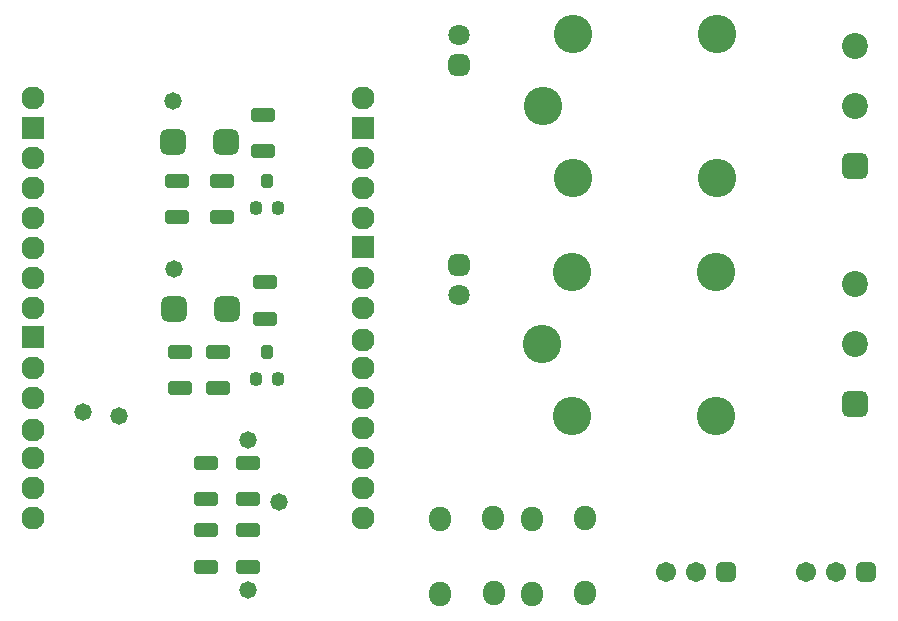
<source format=gts>
G04*
G04 #@! TF.GenerationSoftware,Altium Limited,Altium Designer,21.3.2 (30)*
G04*
G04 Layer_Color=8388736*
%FSTAX24Y24*%
%MOIN*%
G70*
G04*
G04 #@! TF.SameCoordinates,2CDE0281-AAEF-468F-B01B-39F68B6DA6A9*
G04*
G04*
G04 #@! TF.FilePolarity,Negative*
G04*
G01*
G75*
G04:AMPARAMS|DCode=22|XSize=82.8mil|YSize=47.4mil|CornerRadius=13.8mil|HoleSize=0mil|Usage=FLASHONLY|Rotation=0.000|XOffset=0mil|YOffset=0mil|HoleType=Round|Shape=RoundedRectangle|*
%AMROUNDEDRECTD22*
21,1,0.0828,0.0197,0,0,0.0*
21,1,0.0551,0.0474,0,0,0.0*
1,1,0.0277,0.0276,-0.0098*
1,1,0.0277,-0.0276,-0.0098*
1,1,0.0277,-0.0276,0.0098*
1,1,0.0277,0.0276,0.0098*
%
%ADD22ROUNDEDRECTD22*%
G04:AMPARAMS|DCode=23|XSize=39.5mil|YSize=47.4mil|CornerRadius=11.9mil|HoleSize=0mil|Usage=FLASHONLY|Rotation=180.000|XOffset=0mil|YOffset=0mil|HoleType=Round|Shape=RoundedRectangle|*
%AMROUNDEDRECTD23*
21,1,0.0395,0.0236,0,0,180.0*
21,1,0.0157,0.0474,0,0,180.0*
1,1,0.0237,-0.0079,0.0118*
1,1,0.0237,0.0079,0.0118*
1,1,0.0237,0.0079,-0.0118*
1,1,0.0237,-0.0079,-0.0118*
%
%ADD23ROUNDEDRECTD23*%
G04:AMPARAMS|DCode=24|XSize=39.5mil|YSize=43.4mil|CornerRadius=11.9mil|HoleSize=0mil|Usage=FLASHONLY|Rotation=180.000|XOffset=0mil|YOffset=0mil|HoleType=Round|Shape=RoundedRectangle|*
%AMROUNDEDRECTD24*
21,1,0.0395,0.0197,0,0,180.0*
21,1,0.0157,0.0434,0,0,180.0*
1,1,0.0237,-0.0079,0.0098*
1,1,0.0237,0.0079,0.0098*
1,1,0.0237,0.0079,-0.0098*
1,1,0.0237,-0.0079,-0.0098*
%
%ADD24ROUNDEDRECTD24*%
G04:AMPARAMS|DCode=25|XSize=86.7mil|YSize=86.7mil|CornerRadius=23.7mil|HoleSize=0mil|Usage=FLASHONLY|Rotation=270.000|XOffset=0mil|YOffset=0mil|HoleType=Round|Shape=RoundedRectangle|*
%AMROUNDEDRECTD25*
21,1,0.0867,0.0394,0,0,270.0*
21,1,0.0394,0.0867,0,0,270.0*
1,1,0.0474,-0.0197,-0.0197*
1,1,0.0474,-0.0197,0.0197*
1,1,0.0474,0.0197,0.0197*
1,1,0.0474,0.0197,-0.0197*
%
%ADD25ROUNDEDRECTD25*%
G04:AMPARAMS|DCode=26|XSize=71mil|YSize=71mil|CornerRadius=19.7mil|HoleSize=0mil|Usage=FLASHONLY|Rotation=90.000|XOffset=0mil|YOffset=0mil|HoleType=Round|Shape=RoundedRectangle|*
%AMROUNDEDRECTD26*
21,1,0.0710,0.0315,0,0,90.0*
21,1,0.0315,0.0710,0,0,90.0*
1,1,0.0395,0.0157,0.0157*
1,1,0.0395,0.0157,-0.0157*
1,1,0.0395,-0.0157,-0.0157*
1,1,0.0395,-0.0157,0.0157*
%
%ADD26ROUNDEDRECTD26*%
%ADD27C,0.0710*%
%ADD28C,0.0770*%
%ADD29R,0.0770X0.0770*%
%ADD30O,0.0730X0.0830*%
%ADD31C,0.1280*%
%ADD32C,0.0866*%
G04:AMPARAMS|DCode=33|XSize=86.6mil|YSize=86.6mil|CornerRadius=21.7mil|HoleSize=0mil|Usage=FLASHONLY|Rotation=90.000|XOffset=0mil|YOffset=0mil|HoleType=Round|Shape=RoundedRectangle|*
%AMROUNDEDRECTD33*
21,1,0.0866,0.0433,0,0,90.0*
21,1,0.0433,0.0866,0,0,90.0*
1,1,0.0433,0.0217,0.0217*
1,1,0.0433,0.0217,-0.0217*
1,1,0.0433,-0.0217,-0.0217*
1,1,0.0433,-0.0217,0.0217*
%
%ADD33ROUNDEDRECTD33*%
%ADD34C,0.0671*%
G04:AMPARAMS|DCode=35|XSize=67.1mil|YSize=67.1mil|CornerRadius=18.8mil|HoleSize=0mil|Usage=FLASHONLY|Rotation=180.000|XOffset=0mil|YOffset=0mil|HoleType=Round|Shape=RoundedRectangle|*
%AMROUNDEDRECTD35*
21,1,0.0671,0.0295,0,0,180.0*
21,1,0.0295,0.0671,0,0,180.0*
1,1,0.0375,-0.0148,0.0148*
1,1,0.0375,0.0148,0.0148*
1,1,0.0375,0.0148,-0.0148*
1,1,0.0375,-0.0148,-0.0148*
%
%ADD35ROUNDEDRECTD35*%
%ADD36C,0.0580*%
D22*
X061Y05194D02*
D03*
Y05316D02*
D03*
X062345Y05414D02*
D03*
Y05536D02*
D03*
X0595Y05316D02*
D03*
Y05194D02*
D03*
X060453Y04376D02*
D03*
Y04254D02*
D03*
X06185D02*
D03*
Y04376D02*
D03*
X060447Y04029D02*
D03*
Y04151D02*
D03*
X06185D02*
D03*
Y04029D02*
D03*
X062423Y04856D02*
D03*
Y049781D02*
D03*
X0596Y04624D02*
D03*
Y04746D02*
D03*
X06085D02*
D03*
Y04624D02*
D03*
D23*
X0625Y053138D02*
D03*
Y047453D02*
D03*
D24*
X062126Y052233D02*
D03*
X062874D02*
D03*
X062126Y046547D02*
D03*
X062874D02*
D03*
D25*
X061122Y054455D02*
D03*
X05935D02*
D03*
X06115Y048875D02*
D03*
X059378D02*
D03*
D26*
X0689Y057D02*
D03*
X0689Y05035D02*
D03*
D27*
X0689Y058D02*
D03*
X0689Y04935D02*
D03*
D28*
X05469Y05591D02*
D03*
Y05191D02*
D03*
Y05291D02*
D03*
Y05391D02*
D03*
Y05091D02*
D03*
Y04991D02*
D03*
Y04891D02*
D03*
Y04291D02*
D03*
Y04391D02*
D03*
Y04486D02*
D03*
Y04591D02*
D03*
Y04691D02*
D03*
Y04191D02*
D03*
X06569Y05591D02*
D03*
Y05191D02*
D03*
Y05291D02*
D03*
Y05391D02*
D03*
Y04991D02*
D03*
Y04891D02*
D03*
Y04786D02*
D03*
Y04391D02*
D03*
Y04491D02*
D03*
Y04591D02*
D03*
Y04691D02*
D03*
Y04291D02*
D03*
Y04191D02*
D03*
D29*
X05469Y05491D02*
D03*
Y04796D02*
D03*
X06569Y05491D02*
D03*
Y05096D02*
D03*
D30*
X06827Y03939D02*
D03*
X07005Y0394D02*
D03*
X07004Y0419D02*
D03*
X06827Y04189D02*
D03*
X07132Y03939D02*
D03*
X0731Y0394D02*
D03*
X07309Y0419D02*
D03*
X07132Y04189D02*
D03*
D31*
X07265Y050105D02*
D03*
X07745Y045305D02*
D03*
X07165Y047705D02*
D03*
X07745Y050105D02*
D03*
X07265Y045305D02*
D03*
X0727Y058056D02*
D03*
X0775Y053256D02*
D03*
X0717Y055656D02*
D03*
X0775Y058056D02*
D03*
X0727Y053256D02*
D03*
D32*
X0821Y057656D02*
D03*
Y055656D02*
D03*
Y049705D02*
D03*
Y047705D02*
D03*
D33*
Y053656D02*
D03*
Y045705D02*
D03*
D34*
X0758Y0401D02*
D03*
X0768D02*
D03*
X08145D02*
D03*
X08045D02*
D03*
D35*
X0778D02*
D03*
X08245D02*
D03*
D36*
X05935Y0558D02*
D03*
X059378Y050228D02*
D03*
X0629Y04245D02*
D03*
X06185Y0445D02*
D03*
Y0395D02*
D03*
X05635Y04545D02*
D03*
X05755Y0453D02*
D03*
M02*

</source>
